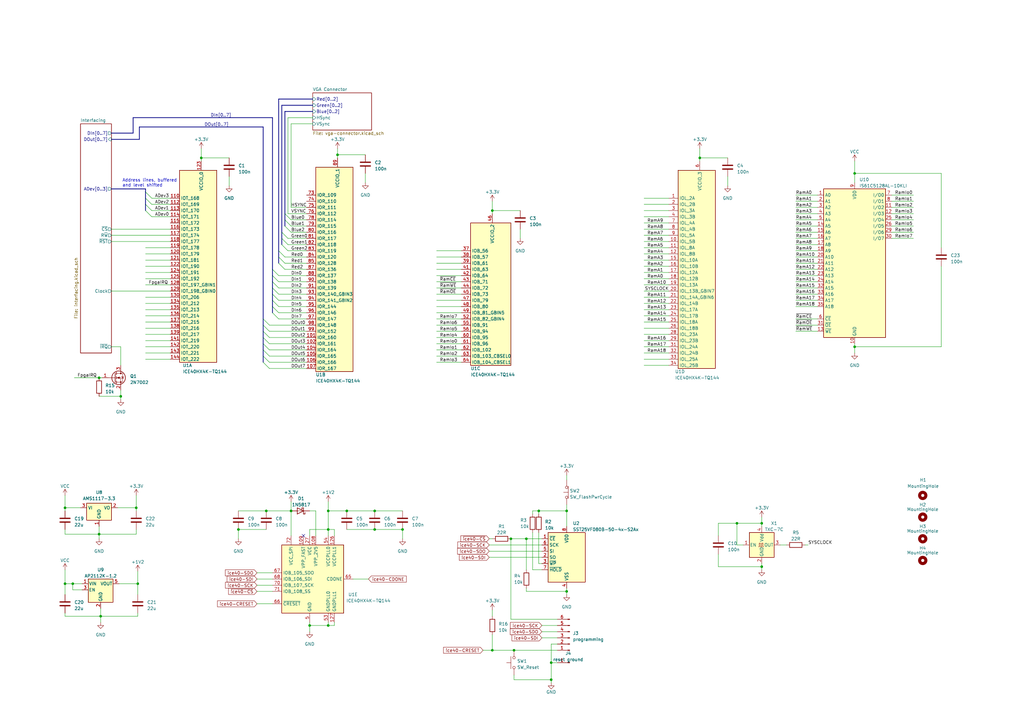
<source format=kicad_sch>
(kicad_sch (version 20230121) (generator eeschema)
  (paper "A3")
  (junction (at 119.38 209.55))
  (junction (at 109.22 209.55))
  (junction (at 312.42 232.41))
  (junction (at 55.88 208.28))
  (junction (at 82.55 64.77))
  (junction (at 134.62 256.54))
  (junction (at 40.64 154.94))
  (junction (at 302.26 214.63))
  (junction (at 210.82 266.7))
  (junction (at 142.24 209.55))
  (junction (at 26.67 208.28))
  (junction (at 287.02 64.77))
  (junction (at 40.64 219.075))
  (junction (at 41.275 252.73))
  (junction (at 153.67 209.55))
  (junction (at 215.9 220.98))
  (junction (at 29.845 239.395))
  (junction (at 209.55 220.98))
  (junction (at 56.515 239.395))
  (junction (at 226.06 271.78))
  (junction (at 153.67 217.17))
  (junction (at 127 256.54))
  (junction (at 201.93 86.36))
  (junction (at 226.06 278.765))
  (junction (at 350.52 142.24))
  (junction (at 26.67 239.395))
  (junction (at 134.62 209.55))
  (junction (at 49.53 162.56))
  (junction (at 350.52 71.12))
  (junction (at 220.98 209.55))
  (junction (at 97.79 217.17))
  (junction (at 138.43 63.5))
  (junction (at 165.1 217.17))
  (junction (at 134.62 217.17))
  (junction (at 232.41 242.57))
  (junction (at 201.93 266.7))
  (junction (at 312.42 214.63))
  (junction (at 232.41 209.55))
  (no_connect (at 124.46 219.71))
  (bus_entry (at 107.95 138.43) (size 2.54 2.54))
  (bus_entry (at 107.95 130.81) (size 2.54 2.54))
  (bus_entry (at 59.69 83.82) (size 2.54 2.54))
  (bus_entry (at 111.76 110.49) (size 2.54 2.54))
  (bus_entry (at 115.57 95.25) (size 2.54 2.54))
  (bus_entry (at 111.76 125.73) (size 2.54 2.54))
  (bus_entry (at 114.3 105.41) (size 2.54 2.54))
  (bus_entry (at 107.95 140.97) (size 2.54 2.54))
  (bus_entry (at 59.69 86.36) (size 2.54 2.54))
  (bus_entry (at 116.84 87.63) (size 2.54 2.54))
  (bus_entry (at 116.84 90.17) (size 2.54 2.54))
  (bus_entry (at 111.76 123.19) (size 2.54 2.54))
  (bus_entry (at 111.76 113.03) (size 2.54 2.54))
  (bus_entry (at 107.95 143.51) (size 2.54 2.54))
  (bus_entry (at 59.69 78.74) (size 2.54 2.54))
  (bus_entry (at 115.57 97.79) (size 2.54 2.54))
  (bus_entry (at 116.84 92.71) (size 2.54 2.54))
  (bus_entry (at 111.76 120.65) (size 2.54 2.54))
  (bus_entry (at 114.3 107.95) (size 2.54 2.54))
  (bus_entry (at 107.95 146.05) (size 2.54 2.54))
  (bus_entry (at 111.76 115.57) (size 2.54 2.54))
  (bus_entry (at 111.76 118.11) (size 2.54 2.54))
  (bus_entry (at 107.95 135.89) (size 2.54 2.54))
  (bus_entry (at 114.3 102.87) (size 2.54 2.54))
  (bus_entry (at 59.69 81.28) (size 2.54 2.54))
  (bus_entry (at 115.57 100.33) (size 2.54 2.54))
  (bus_entry (at 107.95 148.59) (size 2.54 2.54))
  (bus_entry (at 107.95 133.35) (size 2.54 2.54))
  (bus_entry (at 111.76 128.27) (size 2.54 2.54))
  (wire (pts (xy 134.62 209.55) (xy 134.62 217.17)))
  (wire (pts (xy 125.73 87.63) (xy 118.11 87.63)))
  (wire (pts (xy 365.76 87.63) (xy 374.65 87.63)))
  (bus (pts (xy 111.76 123.19) (xy 111.76 125.73)))
  (wire (pts (xy 127 209.55) (xy 129.54 209.55)))
  (bus (pts (xy 59.69 77.47) (xy 59.69 78.74)))
  (wire (pts (xy 220.98 210.82) (xy 220.98 209.55)))
  (wire (pts (xy 59.69 116.84) (xy 69.85 116.84)))
  (wire (pts (xy 264.16 83.82) (xy 274.32 83.82)))
  (wire (pts (xy 326.39 130.81) (xy 335.28 130.81)))
  (wire (pts (xy 222.25 259.08) (xy 228.6 259.08)))
  (wire (pts (xy 200.66 226.06) (xy 222.25 226.06)))
  (wire (pts (xy 350.52 144.78) (xy 350.52 142.24)))
  (bus (pts (xy 54.61 54.61) (xy 45.72 54.61)))
  (wire (pts (xy 151.13 237.49) (xy 144.78 237.49)))
  (wire (pts (xy 82.55 60.96) (xy 82.55 64.77)))
  (wire (pts (xy 179.07 115.57) (xy 189.23 115.57)))
  (wire (pts (xy 26.67 217.17) (xy 26.67 219.075)))
  (wire (pts (xy 127 259.08) (xy 127 256.54)))
  (wire (pts (xy 59.69 139.7) (xy 69.85 139.7)))
  (wire (pts (xy 232.41 194.945) (xy 232.41 196.85)))
  (wire (pts (xy 350.52 71.12) (xy 386.08 71.12)))
  (wire (pts (xy 264.16 129.54) (xy 274.32 129.54)))
  (wire (pts (xy 109.22 209.55) (xy 119.38 209.55)))
  (wire (pts (xy 29.845 241.935) (xy 29.845 239.395)))
  (wire (pts (xy 26.67 208.28) (xy 26.67 209.55)))
  (wire (pts (xy 294.64 214.63) (xy 302.26 214.63)))
  (wire (pts (xy 62.23 88.9) (xy 69.85 88.9)))
  (wire (pts (xy 45.72 142.24) (xy 49.53 142.24)))
  (wire (pts (xy 134.62 256.54) (xy 127 256.54)))
  (wire (pts (xy 105.41 234.95) (xy 111.76 234.95)))
  (wire (pts (xy 110.49 140.97) (xy 125.73 140.97)))
  (wire (pts (xy 62.23 81.28) (xy 69.85 81.28)))
  (wire (pts (xy 326.39 82.55) (xy 335.28 82.55)))
  (bus (pts (xy 59.69 81.28) (xy 59.69 83.82)))
  (wire (pts (xy 26.67 219.075) (xy 40.64 219.075)))
  (wire (pts (xy 179.07 146.05) (xy 189.23 146.05)))
  (wire (pts (xy 82.55 64.77) (xy 93.98 64.77)))
  (wire (pts (xy 386.08 109.22) (xy 386.08 142.24)))
  (wire (pts (xy 41.275 249.555) (xy 41.275 252.73)))
  (bus (pts (xy 111.76 125.73) (xy 111.76 128.27)))
  (wire (pts (xy 82.55 64.77) (xy 82.55 66.04)))
  (wire (pts (xy 264.16 127) (xy 274.32 127)))
  (wire (pts (xy 201.93 86.36) (xy 201.93 87.63)))
  (wire (pts (xy 326.39 123.19) (xy 335.28 123.19)))
  (wire (pts (xy 119.38 50.8) (xy 119.38 85.09)))
  (wire (pts (xy 312.42 212.09) (xy 312.42 214.63)))
  (wire (pts (xy 59.69 106.68) (xy 69.85 106.68)))
  (wire (pts (xy 110.49 133.35) (xy 125.73 133.35)))
  (bus (pts (xy 115.57 95.25) (xy 115.57 97.79)))
  (wire (pts (xy 326.39 120.65) (xy 335.28 120.65)))
  (wire (pts (xy 365.76 92.71) (xy 374.65 92.71)))
  (wire (pts (xy 264.16 88.9) (xy 274.32 88.9)))
  (bus (pts (xy 114.3 105.41) (xy 114.3 107.95)))
  (wire (pts (xy 179.07 148.59) (xy 189.23 148.59)))
  (wire (pts (xy 264.16 106.68) (xy 274.32 106.68)))
  (wire (pts (xy 56.515 234.315) (xy 56.515 239.395)))
  (wire (pts (xy 304.8 223.52) (xy 302.26 223.52)))
  (wire (pts (xy 137.16 219.71) (xy 137.16 217.17)))
  (wire (pts (xy 45.72 96.52) (xy 69.85 96.52)))
  (wire (pts (xy 320.04 223.52) (xy 322.58 223.52)))
  (wire (pts (xy 137.16 255.27) (xy 137.16 256.54)))
  (wire (pts (xy 29.845 239.395) (xy 33.655 239.395)))
  (bus (pts (xy 128.27 43.18) (xy 115.57 43.18)))
  (wire (pts (xy 59.69 124.46) (xy 69.85 124.46)))
  (wire (pts (xy 114.3 123.19) (xy 125.73 123.19)))
  (bus (pts (xy 107.95 130.81) (xy 107.95 133.35)))
  (wire (pts (xy 210.82 278.765) (xy 226.06 278.765)))
  (wire (pts (xy 26.67 239.395) (xy 29.845 239.395)))
  (wire (pts (xy 209.55 254) (xy 209.55 220.98)))
  (wire (pts (xy 264.16 124.46) (xy 274.32 124.46)))
  (wire (pts (xy 49.53 142.24) (xy 49.53 149.86)))
  (wire (pts (xy 59.69 114.3) (xy 69.85 114.3)))
  (wire (pts (xy 298.45 72.39) (xy 298.45 76.2)))
  (wire (pts (xy 179.07 120.65) (xy 189.23 120.65)))
  (wire (pts (xy 119.38 95.25) (xy 125.73 95.25)))
  (wire (pts (xy 110.49 151.13) (xy 125.73 151.13)))
  (wire (pts (xy 218.44 209.55) (xy 220.98 209.55)))
  (bus (pts (xy 111.76 113.03) (xy 111.76 115.57)))
  (wire (pts (xy 179.07 118.11) (xy 189.23 118.11)))
  (wire (pts (xy 326.39 90.17) (xy 335.28 90.17)))
  (wire (pts (xy 127 217.17) (xy 134.62 217.17)))
  (wire (pts (xy 179.07 107.95) (xy 189.23 107.95)))
  (wire (pts (xy 294.64 232.41) (xy 312.42 232.41)))
  (wire (pts (xy 119.38 209.55) (xy 119.38 219.71)))
  (wire (pts (xy 264.16 134.62) (xy 274.32 134.62)))
  (wire (pts (xy 264.16 121.92) (xy 274.32 121.92)))
  (wire (pts (xy 209.55 220.98) (xy 215.9 220.98)))
  (bus (pts (xy 116.84 90.17) (xy 116.84 87.63)))
  (wire (pts (xy 59.69 142.24) (xy 69.85 142.24)))
  (bus (pts (xy 107.95 138.43) (xy 107.95 140.97)))
  (wire (pts (xy 264.16 101.6) (xy 274.32 101.6)))
  (wire (pts (xy 119.38 90.17) (xy 125.73 90.17)))
  (wire (pts (xy 264.16 137.16) (xy 274.32 137.16)))
  (wire (pts (xy 200.66 223.52) (xy 222.25 223.52)))
  (wire (pts (xy 179.07 143.51) (xy 189.23 143.51)))
  (wire (pts (xy 30.48 154.94) (xy 40.64 154.94)))
  (bus (pts (xy 114.3 40.64) (xy 114.3 102.87)))
  (wire (pts (xy 201.93 260.35) (xy 201.93 266.7)))
  (wire (pts (xy 287.02 64.77) (xy 287.02 66.04)))
  (wire (pts (xy 264.16 81.28) (xy 274.32 81.28)))
  (wire (pts (xy 226.06 271.78) (xy 226.06 278.765)))
  (wire (pts (xy 55.88 208.28) (xy 48.26 208.28)))
  (wire (pts (xy 179.07 138.43) (xy 189.23 138.43)))
  (wire (pts (xy 114.3 120.65) (xy 125.73 120.65)))
  (wire (pts (xy 142.24 209.55) (xy 153.67 209.55)))
  (wire (pts (xy 56.515 243.84) (xy 56.515 239.395)))
  (wire (pts (xy 222.25 256.54) (xy 228.6 256.54)))
  (wire (pts (xy 105.41 242.57) (xy 111.76 242.57)))
  (wire (pts (xy 56.515 239.395) (xy 48.895 239.395)))
  (wire (pts (xy 264.16 86.36) (xy 274.32 86.36)))
  (wire (pts (xy 326.39 85.09) (xy 335.28 85.09)))
  (wire (pts (xy 179.07 135.89) (xy 189.23 135.89)))
  (wire (pts (xy 93.98 72.39) (xy 93.98 76.2)))
  (bus (pts (xy 111.76 118.11) (xy 111.76 120.65)))
  (wire (pts (xy 114.3 113.03) (xy 125.73 113.03)))
  (bus (pts (xy 114.3 102.87) (xy 114.3 105.41)))
  (wire (pts (xy 179.07 102.87) (xy 189.23 102.87)))
  (wire (pts (xy 215.9 242.57) (xy 232.41 242.57)))
  (wire (pts (xy 110.49 143.51) (xy 125.73 143.51)))
  (wire (pts (xy 119.38 85.09) (xy 125.73 85.09)))
  (wire (pts (xy 264.16 93.98) (xy 274.32 93.98)))
  (wire (pts (xy 350.52 66.04) (xy 350.52 71.12)))
  (wire (pts (xy 119.38 205.74) (xy 119.38 209.55)))
  (bus (pts (xy 107.95 135.89) (xy 107.95 138.43)))
  (wire (pts (xy 41.275 252.73) (xy 41.275 255.27)))
  (wire (pts (xy 134.62 256.54) (xy 137.16 256.54)))
  (wire (pts (xy 116.84 105.41) (xy 125.73 105.41)))
  (wire (pts (xy 179.07 140.97) (xy 189.23 140.97)))
  (wire (pts (xy 179.07 125.73) (xy 189.23 125.73)))
  (wire (pts (xy 179.07 128.27) (xy 189.23 128.27)))
  (wire (pts (xy 138.43 63.5) (xy 149.86 63.5)))
  (wire (pts (xy 326.39 110.49) (xy 335.28 110.49)))
  (wire (pts (xy 33.655 241.935) (xy 29.845 241.935)))
  (wire (pts (xy 326.39 113.03) (xy 335.28 113.03)))
  (wire (pts (xy 226.06 264.16) (xy 226.06 271.78)))
  (wire (pts (xy 365.76 90.17) (xy 374.65 90.17)))
  (wire (pts (xy 386.08 71.12) (xy 386.08 101.6)))
  (wire (pts (xy 312.42 214.63) (xy 312.42 215.9)))
  (wire (pts (xy 232.41 243.84) (xy 232.41 242.57)))
  (wire (pts (xy 110.49 146.05) (xy 125.73 146.05)))
  (wire (pts (xy 45.72 119.38) (xy 69.85 119.38)))
  (wire (pts (xy 59.69 109.22) (xy 69.85 109.22)))
  (wire (pts (xy 59.69 111.76) (xy 69.85 111.76)))
  (wire (pts (xy 232.41 207.01) (xy 232.41 209.55)))
  (wire (pts (xy 215.9 220.98) (xy 222.25 220.98)))
  (wire (pts (xy 114.3 125.73) (xy 125.73 125.73)))
  (wire (pts (xy 264.16 91.44) (xy 274.32 91.44)))
  (wire (pts (xy 134.62 255.27) (xy 134.62 256.54)))
  (wire (pts (xy 386.08 142.24) (xy 350.52 142.24)))
  (wire (pts (xy 127 219.71) (xy 127 217.17)))
  (wire (pts (xy 59.69 132.08) (xy 69.85 132.08)))
  (wire (pts (xy 302.26 223.52) (xy 302.26 214.63)))
  (wire (pts (xy 201.93 266.7) (xy 210.82 266.7)))
  (bus (pts (xy 59.69 78.74) (xy 59.69 81.28)))
  (wire (pts (xy 55.88 209.55) (xy 55.88 208.28)))
  (bus (pts (xy 116.84 92.71) (xy 116.84 90.17)))
  (wire (pts (xy 41.275 252.73) (xy 56.515 252.73)))
  (wire (pts (xy 210.82 266.7) (xy 228.6 266.7)))
  (wire (pts (xy 56.515 252.73) (xy 56.515 251.46)))
  (wire (pts (xy 97.79 217.17) (xy 109.22 217.17)))
  (wire (pts (xy 55.88 217.17) (xy 55.88 219.075)))
  (wire (pts (xy 114.3 130.81) (xy 125.73 130.81)))
  (wire (pts (xy 213.36 93.98) (xy 213.36 97.79)))
  (wire (pts (xy 179.07 105.41) (xy 189.23 105.41)))
  (bus (pts (xy 45.72 57.15) (xy 57.15 57.15)))
  (wire (pts (xy 179.07 133.35) (xy 189.23 133.35)))
  (wire (pts (xy 110.49 135.89) (xy 125.73 135.89)))
  (wire (pts (xy 149.86 71.12) (xy 149.86 74.93)))
  (wire (pts (xy 209.55 254) (xy 228.6 254)))
  (wire (pts (xy 97.79 209.55) (xy 109.22 209.55)))
  (wire (pts (xy 62.23 86.36) (xy 69.85 86.36)))
  (wire (pts (xy 222.25 231.14) (xy 220.98 231.14)))
  (wire (pts (xy 138.43 63.5) (xy 138.43 64.77)))
  (wire (pts (xy 134.62 209.55) (xy 142.24 209.55)))
  (bus (pts (xy 111.76 110.49) (xy 111.76 113.03)))
  (wire (pts (xy 118.11 97.79) (xy 125.73 97.79)))
  (wire (pts (xy 331.47 223.52) (xy 330.2 223.52)))
  (bus (pts (xy 107.95 143.51) (xy 107.95 146.05)))
  (wire (pts (xy 62.23 83.82) (xy 69.85 83.82)))
  (wire (pts (xy 222.25 261.62) (xy 228.6 261.62)))
  (bus (pts (xy 111.76 48.26) (xy 111.76 110.49)))
  (wire (pts (xy 45.72 99.06) (xy 69.85 99.06)))
  (bus (pts (xy 111.76 115.57) (xy 111.76 118.11)))
  (wire (pts (xy 134.62 217.17) (xy 134.62 219.71)))
  (wire (pts (xy 350.52 142.24) (xy 350.52 140.97)))
  (wire (pts (xy 59.69 144.78) (xy 69.85 144.78)))
  (wire (pts (xy 365.76 82.55) (xy 374.65 82.55)))
  (wire (pts (xy 59.69 129.54) (xy 69.85 129.54)))
  (wire (pts (xy 287.02 64.77) (xy 298.45 64.77)))
  (wire (pts (xy 119.38 50.8) (xy 128.27 50.8)))
  (wire (pts (xy 264.16 119.38) (xy 274.32 119.38)))
  (wire (pts (xy 232.41 242.57) (xy 232.41 241.3)))
  (wire (pts (xy 153.67 217.17) (xy 165.1 217.17)))
  (bus (pts (xy 107.95 133.35) (xy 107.95 135.89)))
  (wire (pts (xy 264.16 104.14) (xy 274.32 104.14)))
  (bus (pts (xy 57.15 57.15) (xy 57.15 52.07)))
  (wire (pts (xy 326.39 107.95) (xy 335.28 107.95)))
  (wire (pts (xy 200.66 228.6) (xy 222.25 228.6)))
  (wire (pts (xy 350.52 71.12) (xy 350.52 74.93)))
  (wire (pts (xy 49.53 163.83) (xy 49.53 162.56)))
  (wire (pts (xy 365.76 80.01) (xy 374.65 80.01)))
  (wire (pts (xy 326.39 102.87) (xy 335.28 102.87)))
  (bus (pts (xy 54.61 48.26) (xy 111.76 48.26)))
  (wire (pts (xy 165.1 217.17) (xy 165.1 220.98)))
  (wire (pts (xy 218.44 210.82) (xy 218.44 209.55)))
  (wire (pts (xy 198.12 266.7) (xy 201.93 266.7)))
  (wire (pts (xy 264.16 147.32) (xy 274.32 147.32)))
  (wire (pts (xy 302.26 214.63) (xy 312.42 214.63)))
  (wire (pts (xy 326.39 80.01) (xy 335.28 80.01)))
  (wire (pts (xy 119.38 92.71) (xy 125.73 92.71)))
  (wire (pts (xy 138.43 60.96) (xy 138.43 63.5)))
  (wire (pts (xy 294.64 219.71) (xy 294.64 214.63)))
  (wire (pts (xy 127 256.54) (xy 127 255.27)))
  (wire (pts (xy 116.84 110.49) (xy 125.73 110.49)))
  (bus (pts (xy 116.84 87.63) (xy 116.84 45.72)))
  (bus (pts (xy 54.61 48.26) (xy 54.61 54.61)))
  (wire (pts (xy 226.06 271.78) (xy 228.6 271.78)))
  (bus (pts (xy 107.95 140.97) (xy 107.95 143.51)))
  (wire (pts (xy 55.88 203.2) (xy 55.88 208.28)))
  (wire (pts (xy 264.16 109.22) (xy 274.32 109.22)))
  (wire (pts (xy 179.07 130.81) (xy 189.23 130.81)))
  (wire (pts (xy 134.62 205.74) (xy 134.62 209.55)))
  (wire (pts (xy 26.67 239.395) (xy 26.67 243.84)))
  (wire (pts (xy 215.9 220.98) (xy 215.9 233.68)))
  (bus (pts (xy 59.69 83.82) (xy 59.69 86.36)))
  (bus (pts (xy 128.27 40.64) (xy 114.3 40.64)))
  (bus (pts (xy 116.84 45.72) (xy 128.27 45.72)))
  (wire (pts (xy 326.39 133.35) (xy 335.28 133.35)))
  (wire (pts (xy 26.67 203.2) (xy 26.67 208.28)))
  (wire (pts (xy 220.98 209.55) (xy 232.41 209.55)))
  (wire (pts (xy 114.3 118.11) (xy 125.73 118.11)))
  (wire (pts (xy 264.16 114.3) (xy 274.32 114.3)))
  (wire (pts (xy 326.39 115.57) (xy 335.28 115.57)))
  (wire (pts (xy 26.67 252.73) (xy 41.275 252.73)))
  (wire (pts (xy 40.64 215.9) (xy 40.64 219.075)))
  (wire (pts (xy 59.69 127) (xy 69.85 127)))
  (wire (pts (xy 128.27 48.26) (xy 118.11 48.26)))
  (wire (pts (xy 365.76 95.25) (xy 374.65 95.25)))
  (wire (pts (xy 118.11 102.87) (xy 125.73 102.87)))
  (wire (pts (xy 365.76 97.79) (xy 374.65 97.79)))
  (wire (pts (xy 116.84 107.95) (xy 125.73 107.95)))
  (wire (pts (xy 179.07 123.19) (xy 189.23 123.19)))
  (wire (pts (xy 264.16 139.7) (xy 274.32 139.7)))
  (wire (pts (xy 114.3 128.27) (xy 125.73 128.27)))
  (wire (pts (xy 326.39 95.25) (xy 335.28 95.25)))
  (bus (pts (xy 107.95 52.07) (xy 107.95 130.81)))
  (wire (pts (xy 97.79 217.17) (xy 97.79 220.98)))
  (wire (pts (xy 226.06 278.765) (xy 226.06 280.035)))
  (wire (pts (xy 137.16 217.17) (xy 134.62 217.17)))
  (wire (pts (xy 26.67 233.68) (xy 26.67 239.395)))
  (wire (pts (xy 129.54 209.55) (xy 129.54 219.71)))
  (wire (pts (xy 215.9 241.3) (xy 215.9 242.57)))
  (wire (pts (xy 153.67 209.55) (xy 165.1 209.55)))
  (wire (pts (xy 218.44 233.68) (xy 222.25 233.68)))
  (wire (pts (xy 264.16 116.84) (xy 274.32 116.84)))
  (wire (pts (xy 264.16 111.76) (xy 274.32 111.76)))
  (wire (pts (xy 142.24 217.17) (xy 153.67 217.17)))
  (wire (pts (xy 179.07 110.49) (xy 189.23 110.49)))
  (wire (pts (xy 59.69 121.92) (xy 69.85 121.92)))
  (bus (pts (xy 57.15 52.07) (xy 107.95 52.07)))
  (wire (pts (xy 40.64 154.94) (xy 41.91 154.94)))
  (wire (pts (xy 312.42 232.41) (xy 312.42 231.14)))
  (wire (pts (xy 59.69 147.32) (xy 69.85 147.32)))
  (bus (pts (xy 45.72 77.47) (xy 59.69 77.47)))
  (wire (pts (xy 326.39 118.11) (xy 335.28 118.11)))
  (wire (pts (xy 228.6 264.16) (xy 226.06 264.16)))
  (wire (pts (xy 59.69 137.16) (xy 69.85 137.16)))
  (wire (pts (xy 105.41 240.03) (xy 111.76 240.03)))
  (wire (pts (xy 59.69 134.62) (xy 69.85 134.62)))
  (wire (pts (xy 110.49 148.59) (xy 125.73 148.59)))
  (wire (pts (xy 114.3 115.57) (xy 125.73 115.57)))
  (wire (pts (xy 49.53 162.56) (xy 49.53 160.02)))
  (wire (pts (xy 45.72 93.98) (xy 69.85 93.98)))
  (wire (pts (xy 264.16 132.08) (xy 274.32 132.08)))
  (wire (pts (xy 220.98 231.14) (xy 220.98 218.44)))
  (wire (pts (xy 326.39 92.71) (xy 335.28 92.71)))
  (wire (pts (xy 26.67 251.46) (xy 26.67 252.73)))
  (wire (pts (xy 201.93 86.36) (xy 213.36 86.36)))
  (wire (pts (xy 326.39 100.33) (xy 335.28 100.33)))
  (wire (pts (xy 232.41 209.55) (xy 232.41 215.9)))
  (bus (pts (xy 111.76 120.65) (xy 111.76 123.19)))
  (wire (pts (xy 264.16 142.24) (xy 274.32 142.24)))
  (wire (pts (xy 201.93 82.55) (xy 201.93 86.36)))
  (wire (pts (xy 59.69 104.14) (xy 69.85 104.14)))
  (wire (pts (xy 264.16 149.86) (xy 274.32 149.86)))
  (bus (pts (xy 107.95 146.05) (xy 107.95 148.59)))
  (wire (pts (xy 287.02 60.96) (xy 287.02 64.77)))
  (bus (pts (xy 115.57 43.18) (xy 115.57 95.25)))
  (bus (pts (xy 115.57 97.79) (xy 115.57 100.33)))
  (wire (pts (xy 294.64 227.33) (xy 294.64 232.41)))
  (wire (pts (xy 264.16 99.06) (xy 274.32 99.06)))
  (wire (pts (xy 326.39 87.63) (xy 335.28 87.63)))
  (wire (pts (xy 40.64 162.56) (xy 49.53 162.56)))
  (wire (pts (xy 105.41 247.65) (xy 111.76 247.65)))
  (wire (pts (xy 326.39 97.79) (xy 335.28 97.79)))
  (wire (pts (xy 59.69 101.6) (xy 69.85 101.6)))
  (wire (pts (xy 264.16 144.78) (xy 274.32 144.78)))
  (wire (pts (xy 326.39 105.41) (xy 335.28 105.41)))
  (wire (pts (xy 118.11 48.26) (xy 118.11 87.63)))
  (wire (pts (xy 264.16 96.52) (xy 274.32 96.52)))
  (wire (pts (xy 118.11 100.33) (xy 125.73 100.33)))
  (wire (pts (xy 110.49 138.43) (xy 125.73 138.43)))
  (wire (pts (xy 218.44 218.44) (xy 218.44 233.68)))
  (wire (pts (xy 201.93 252.73) (xy 201.93 250.19)))
  (wire (pts (xy 40.64 219.075) (xy 40.64 220.98)))
  (wire (pts (xy 105.41 237.49) (xy 111.76 237.49)))
  (wire (pts (xy 365.76 85.09) (xy 374.65 85.09)))
  (wire (pts (xy 179.07 113.03) (xy 189.23 113.03)))
  (wire (pts (xy 326.39 125.73) (xy 335.28 125.73)))
  (wire (pts (xy 26.67 208.28) (xy 33.02 208.28)))
  (wire (pts (xy 55.88 219.075) (xy 40.64 219.075)))
  (wire (pts (xy 210.82 276.86) (xy 210.82 278.765)))
  (wire (pts (xy 200.66 220.98) (xy 201.93 220.98)))
  (wire (pts (xy 312.42 233.68) (xy 312.42 232.41)))
  (wire (pts (xy 326.39 135.89) (xy 335.28 135.89)))
  (text "Address lines, buffered \nand level shifted" (at 50.165 76.835 0) (effects (font (size 1.27 1.27)) (justify left bottom)))
  (label "RamIo3" (at 180.34 148.59 0))
  (label "RamA11" (at 326.39 107.95 0))
  (label "RamIo3" (at 367.03 87.63 0))
  (label "RamA16" (at 265.43 139.7 0))
  (label "RamIo5" (at 180.34 135.89 0))
  (label "DOut6" (at 119.38 148.59 0))
  (label "RamA7" (at 326.39 97.79 0))
  (label "RamIo2" (at 367.03 85.09 0))
  (label "RamA9" (at 265.43 91.44 0))
  (label "DOut[0..7]" (at 83.82 52.07 0))
  (label "FpgaIRQ" (at 31.75 154.94 0))
  (label "DIn1" (at 119.38 115.57 0))
  (label "RamIo0" (at 180.34 140.97 0))
  (label "VSYNC" (at 119.38 87.63 0))
  (label "Blue1" (at 119.38 92.71 0))
  (label "DOut3" (at 119.38 140.97 0))
  (label "DIn[0..7]" (at 86.36 48.26 0))
  (label "RamA7" (at 265.43 96.52 0))
  (label "RamIo4" (at 180.34 138.43 0))
  (label "RamA3" (at 326.39 87.63 0))
  (label "FpgaIRQ" (at 60.96 116.84 0))
  (label "DOut4" (at 119.38 143.51 0))
  (label "DIn7" (at 119.38 130.81 0))
  (label "RamA1" (at 326.39 82.55 0))
  (label "RamA1" (at 265.43 111.76 0))
  (label "RamA12" (at 265.43 124.46 0))
  (label "RamA8" (at 265.43 93.98 0))
  (label "DIn4" (at 119.38 123.19 0))
  (label "RamA13" (at 265.43 127 0))
  (label "~{RamOE}" (at 180.34 120.65 0))
  (label "RamIo6" (at 180.34 133.35 0))
  (label "DIn6" (at 119.38 128.27 0))
  (label "DOut5" (at 119.38 146.05 0))
  (label "DOut0" (at 119.38 133.35 0))
  (label "Green0" (at 119.38 97.79 0))
  (label "RamA15" (at 326.39 118.11 0))
  (label "RamA6" (at 265.43 99.06 0))
  (label "ADev2" (at 63.5 83.82 0))
  (label "Red1" (at 119.38 107.95 0))
  (label "RamA9" (at 326.39 102.87 0))
  (label "RamIo4" (at 367.03 90.17 0))
  (label "RamIo0" (at 367.03 80.01 0))
  (label "DOut7" (at 119.38 151.13 0))
  (label "Green1" (at 119.38 100.33 0))
  (label "HSYNC" (at 119.38 85.09 0))
  (label "Green2" (at 119.38 102.87 0))
  (label "Blue2" (at 119.38 95.25 0))
  (label "DIn5" (at 119.38 125.73 0))
  (label "RamA2" (at 326.39 85.09 0))
  (label "RamA0" (at 326.39 80.01 0))
  (label "ADev3" (at 63.5 81.28 0))
  (label "RamA18" (at 326.39 125.73 0))
  (label "RamIo5" (at 367.03 92.71 0))
  (label "ADev1" (at 63.5 86.36 0))
  (label "RamA5" (at 326.39 92.71 0))
  (label "DIn3" (at 119.38 120.65 0))
  (label "~{RamCE}" (at 326.39 130.81 0))
  (label "RamA15" (at 265.43 132.08 0))
  (label "RamA6" (at 326.39 95.25 0))
  (label "RamA0" (at 265.43 114.3 0))
  (label "RamA4" (at 265.43 104.14 0))
  (label "RamA18" (at 265.43 144.78 0))
  (label "SYSCLOCK" (at 274.32 119.38 180))
  (label "RamA11" (at 265.43 121.92 0))
  (label "RamA2" (at 265.43 109.22 0))
  (label "RamA10" (at 326.39 105.41 0))
  (label "RamA16" (at 326.39 120.65 0))
  (label "RamIo6" (at 367.03 95.25 0))
  (label "RamIo7" (at 367.03 97.79 0))
  (label "DIn0" (at 119.38 113.03 0))
  (label "RamA14" (at 326.39 115.57 0))
  (label "ADev0" (at 63.5 88.9 0))
  (label "~{RamOE}" (at 326.39 133.35 0))
  (label "RamA12" (at 326.39 110.49 0))
  (label "RamIo1" (at 367.03 82.55 0))
  (label "RamA10" (at 265.43 116.84 0))
  (label "RamA5" (at 265.43 101.6 0))
  (label "~{RamWE}" (at 326.39 135.89 0))
  (label "DIn2" (at 119.38 118.11 0))
  (label "RamA17" (at 265.43 142.24 0))
  (label "~{RamCE}" (at 180.34 115.57 0))
  (label "SYSCLOCK" (at 331.47 223.52 0))
  (label "Red2" (at 119.38 110.49 0))
  (label "RamIo7" (at 180.34 130.81 0))
  (label "RamIo1" (at 180.34 143.51 0))
  (label "DOut2" (at 119.38 138.43 0))
  (label "RamA3" (at 265.43 106.68 0))
  (label "Blue0" (at 119.38 90.17 0))
  (label "RamA13" (at 326.39 113.03 0))
  (label "RamA4" (at 326.39 90.17 0))
  (label "RamIo2" (at 180.34 146.05 0))
  (label "DOut1" (at 119.38 135.89 0))
  (label "RamA8" (at 326.39 100.33 0))
  (label "~{RamWE}" (at 180.34 118.11 0))
  (label "Red0" (at 119.38 105.41 0))
  (label "RamA14" (at 265.43 129.54 0))
  (label "RamA17" (at 326.39 123.19 0))
  (global_label "ice40-SDO" (shape input) (at 105.41 234.95 180) (property "Intersheetrefs" "${INTERSHEET_REFS}" (effects hide)))
  (global_label "~{ice40-CS}" (shape input) (at 105.41 242.57 180) (property "Intersheetrefs" "${INTERSHEET_REFS}" (effects hide)))
  (global_label "ice40-SCK" (shape input) (at 200.66 223.52 180) (property "Intersheetrefs" "${INTERSHEET_REFS}" (effects hide)))
  (global_label "ice40-SCK" (shape input) (at 222.25 256.54 180) (property "Intersheetrefs" "${INTERSHEET_REFS}" (effects hide)))
  (global_label "~{ice40-CS}" (shape input) (at 200.66 220.98 180) (property "Intersheetrefs" "${INTERSHEET_REFS}" (effects hide)))
  (global_label "ice40-SDO" (shape input) (at 222.25 259.08 180) (property "Intersheetrefs" "${INTERSHEET_REFS}" (effects hide)))
  (global_label "ice40-SDI" (shape input) (at 200.66 228.6 180) (property "Intersheetrefs" "${INTERSHEET_REFS}" (effects hide)))
  (global_label "ice40-CDONE" (shape input) (at 151.13 237.49 0) (property "Intersheetrefs" "${INTERSHEET_REFS}" (effects hide)))
  (global_label "ice40-SDI" (shape input) (at 222.25 261.62 180) (property "Intersheetrefs" "${INTERSHEET_REFS}" (effects hide)))
  (global_label "ice40-CRESET" (shape input) (at 105.41 247.65 180) (property "Intersheetrefs" "${INTERSHEET_REFS}" (effects hide)))
  (global_label "ice40-CRESET" (shape input) (at 198.12 266.7 180) (property "Intersheetrefs" "${INTERSHEET_REFS}" (effects hide)))
  (global_label "ice40-SCK" (shape input) (at 105.41 240.03 180) (property "Intersheetrefs" "${INTERSHEET_REFS}" (effects hide)))
  (global_label "ice40-SDI" (shape input) (at 105.41 237.49 180) (property "Intersheetrefs" "${INTERSHEET_REFS}" (effects hide)))
  (global_label "ice40-SDO" (shape input) (at 200.66 226.06 180) (property "Intersheetrefs" "${INTERSHEET_REFS}" (effects hide)))
  (symbol (lib_id "power:GND") (at 97.79 220.98 0) (unit 1)
    (property "Reference" "#PWR013" (effects hide))
    (property "Value" "GND" (at 97.79 226.06 0))
  )
  (symbol (lib_id "FPGA_Lattice:ICE40HX4K-TQ144") (at 138.43 113.03 0) (unit 2)
    (property "Reference" "U1" (at 129.54 153.67 0) (effects (justify left)))
    (property "Value" "ICE40HX4K-TQ144" (at 129.54 156.21 0) (effects (justify left)))
    (property "Footprint" "Package_QFP:TQFP-144_20x20mm_P0.5mm" (effects hide))
    (property "Datasheet" "http://www.latticesemi.com/Products/FPGAandCPLD/iCE40" (effects hide))
  )
  (symbol (lib_id "Regulator_Linear:AMS1117-3.3") (at 40.64 208.28 0) (unit 1)
    (property "Reference" "U8" (at 40.64 201.93 0))
    (property "Value" "AMS1117-3.3" (at 40.64 204.47 0))
    (property "Footprint" "Package_TO_SOT_SMD:SOT-223-3_TabPin2" (effects hide))
    (property "Datasheet" "http://www.advanced-monolithic.com/pdf/ds1117.pdf" (effects hide))
  )
  (symbol (lib_id "power:GND") (at 149.86 74.93 0) (unit 1)
    (property "Reference" "#PWR07" (effects hide))
    (property "Value" "GND" (at 149.86 80.01 0))
  )
  (symbol (lib_id "power:GND") (at 226.06 280.035 0) (unit 1)
    (property "Reference" "#PWR046" (effects hide))
    (property "Value" "GND" (at 226.06 283.845 0))
  )
  (symbol (lib_id "power:GND") (at 213.36 97.79 0) (unit 1)
    (property "Reference" "#PWR09" (effects hide))
    (property "Value" "GND" (at 213.36 102.87 0))
  )
  (symbol (lib_id "Mechanical:MountingHole") (at 378.46 203.2 0) (unit 1)
    (property "Reference" "H1" (at 377.19 196.85 0) (effects (justify left)))
    (property "Value" "MountingHole" (at 372.11 199.39 0) (effects (justify left)))
    (property "Footprint" "MountingHole:MountingHole_2.5mm" (effects hide))
  )
  (symbol (lib_id "Device:R") (at 201.93 256.54 180) (unit 1)
    (property "Reference" "R16" (at 204.47 255.905 0) (effects (justify right)))
    (property "Value" "10k" (at 204.47 258.445 0) (effects (justify right)))
    (property "Footprint" "Resistor_SMD:R_0805_2012Metric" (effects hide))
  )
  (symbol (lib_id "Device:C") (at 97.79 213.36 0) (unit 1)
    (property "Reference" "C9" (at 101.6 212.725 0) (effects (justify left)))
    (property "Value" "100n" (at 101.6 215.265 0) (effects (justify left)))
    (property "Footprint" "Capacitor_SMD:C_0805_2012Metric" (effects hide))
  )
  (symbol (lib_id "Transistor_FET:2N7002") (at 46.99 154.94 0) (unit 1)
    (property "Reference" "Q1" (at 53.34 154.305 0) (effects (justify left)))
    (property "Value" "2N7002" (at 53.34 156.845 0) (effects (justify left)))
    (property "Footprint" "Package_TO_SOT_SMD:SOT-23" (effects hide))
    (property "Datasheet" "https://www.onsemi.com/pub/Collateral/NDS7002A-D.PDF" (effects hide))
  )
  (symbol (lib_id "power:GND") (at 298.45 76.2 0) (unit 1)
    (property "Reference" "#PWR011" (effects hide))
    (property "Value" "GND" (at 298.45 81.28 0))
  )
  (symbol (lib_id "power:+1V2") (at 134.62 205.74 0) (unit 1)
    (property "Reference" "#PWR012" (effects hide))
    (property "Value" "+1V2" (at 134.62 201.93 0))
  )
  (symbol (lib_id "Device:C") (at 26.67 213.36 0) (unit 1)
    (property "Reference" "C19" (at 30.48 212.725 0) (effects (justify left)))
    (property "Value" "22u" (at 30.48 215.265 0) (effects (justify left)))
    (property "Footprint" "Capacitor_SMD:C_0805_2012Metric" (effects hide))
  )
  (symbol (lib_id "Device:R") (at 40.64 158.75 180) (unit 1)
    (property "Reference" "R15" (at 43.18 158.115 0) (effects (justify right)))
    (property "Value" "10k" (at 43.18 160.655 0) (effects (justify right)))
    (property "Footprint" "Resistor_SMD:R_0805_2012Metric" (effects hide))
  )
  (symbol (lib_id "power:+3.3V") (at 201.93 82.55 0) (unit 1)
    (property "Reference" "#PWR08" (effects hide))
    (property "Value" "+3.3V" (at 201.93 78.74 0))
  )
  (symbol (lib_id "power:+3.3V") (at 82.55 60.96 0) (unit 1)
    (property "Reference" "#PWR04" (effects hide))
    (property "Value" "+3.3V" (at 82.55 57.15 0))
  )
  (symbol (lib_id "Oscillator:TXC-7C") (at 312.42 223.52 0) (unit 1)
    (property "Reference" "X1" (at 317.5 214.63 0))
    (property "Value" "TXC-7C" (at 317.5 217.17 0))
    (property "Footprint" "Oscillator:Oscillator_SMD_TXC_7C-4Pin_5.0x3.2mm" (effects hide))
    (property "Datasheet" "http://www.txccorp.com/download/products/osc/7C_o.pdf" (effects hide))
  )
  (symbol (lib_id "power:+3.3V") (at 201.93 250.19 0) (unit 1)
    (property "Reference" "#PWR047" (effects hide))
    (property "Value" "+3.3V" (at 201.93 246.38 0))
  )
  (symbol (lib_id "Device:R") (at 220.98 214.63 180) (unit 1)
    (property "Reference" "R2" (at 223.52 213.995 0) (effects (justify right)))
    (property "Value" "10k" (at 223.52 216.535 0) (effects (justify right)))
    (property "Footprint" "Resistor_SMD:R_0805_2012Metric" (effects hide))
  )
  (symbol (lib_id "Connector:Conn_01x06_Pin") (at 233.68 261.62 180) (unit 1)
    (property "Reference" "J3" (at 234.95 259.715 0) (effects (justify right)))
    (property "Value" "programming" (at 234.95 262.255 0) (effects (justify right)))
    (property "Footprint" "Connector_PinHeader_2.54mm:PinHeader_1x06_P2.54mm_Vertical" (effects hide))
  )
  (symbol (lib_id "Device:C") (at 386.08 105.41 0) (unit 1)
    (property "Reference" "C23" (at 389.89 104.775 0) (effects (justify left)))
    (property "Value" "100n" (at 389.89 107.315 0) (effects (justify left)))
    (property "Footprint" "Capacitor_SMD:C_0805_2012Metric" (effects hide))
  )
  (symbol (lib_id "Device:C") (at 213.36 90.17 0) (unit 1)
    (property "Reference" "C3" (at 217.17 89.535 0) (effects (justify left)))
    (property "Value" "100n" (at 217.17 92.075 0) (effects (justify left)))
    (property "Footprint" "Capacitor_SMD:C_0805_2012Metric" (effects hide))
  )
  (symbol (lib_id "power:+3.3V") (at 119.38 205.74 0) (unit 1)
    (property "Reference" "#PWR02" (effects hide))
    (property "Value" "+3.3V" (at 119.38 201.93 0))
  )
  (symbol (lib_id "power:GND") (at 350.52 144.78 0) (unit 1)
    (property "Reference" "#PWR043" (effects hide))
    (property "Value" "GND" (at 350.52 149.86 0))
  )
  (symbol (lib_id "power:GND") (at 127 259.08 0) (unit 1)
    (property "Reference" "#PWR03" (effects hide))
    (property "Value" "GND" (at 127 264.16 0))
  )
  (symbol (lib_id "Device:C") (at 56.515 247.65 0) (unit 1)
    (property "Reference" "C21" (at 60.325 247.015 0) (effects (justify left)))
    (property "Value" "22u" (at 60.325 249.555 0) (effects (justify left)))
    (property "Footprint" "Capacitor_SMD:C_0805_2012Metric" (effects hide))
  )
  (symbol (lib_id "power:+3.3V") (at 287.02 60.96 0) (unit 1)
    (property "Reference" "#PWR010" (effects hide))
    (property "Value" "+3.3V" (at 287.02 57.15 0))
  )
  (symbol (lib_id "Switch:SW_Push") (at 210.82 271.78 90) (unit 1)
    (property "Reference" "SW1" (at 212.09 271.145 90) (effects (justify right)))
    (property "Value" "SW_Reset" (at 212.09 273.685 90) (effects (justify right)))
    (property "Footprint" "Button_Switch_SMD:SW_SPST_TL3305A" (effects hide))
  )
  (symbol (lib_id "power:GND") (at 165.1 220.98 0) (unit 1)
    (property "Reference" "#PWR01" (effects hide))
    (property "Value" "GND" (at 165.1 226.06 0))
  )
  (symbol (lib_id "power:+1V2") (at 56.515 234.315 0) (unit 1)
    (property "Reference" "#PWR040" (effects hide))
    (property "Value" "+1V2" (at 56.515 230.505 0))
  )
  (symbol (lib_id "Regulator_Linear:AP2112K-1.2") (at 41.275 241.935 0) (unit 1)
    (property "Reference" "U9" (at 41.275 233.68 0))
    (property "Value" "AP2112K-1.2" (at 41.275 236.22 0))
    (property "Footprint" "Package_TO_SOT_SMD:SOT-23-5" (effects hide))
    (property "Datasheet" "https://www.diodes.com/assets/Datasheets/AP2112.pdf" (effects hide))
  )
  (symbol (lib_id "Device:R") (at 205.74 220.98 90) (unit 1)
    (property "Reference" "R1" (at 205.74 215.9 90))
    (property "Value" "22R" (at 205.74 218.44 90))
    (property "Footprint" "Resistor_SMD:R_0805_2012Metric" (effects hide))
  )
  (symbol (lib_id "Device:C") (at 55.88 213.36 0) (unit 1)
    (property "Reference" "C22" (at 59.69 212.725 0) (effects (justify left)))
    (property "Value" "22u" (at 59.69 215.265 0) (effects (justify left)))
    (property "Footprint" "Capacitor_SMD:C_0805_2012Metric" (effects hide))
  )
  (symbol (lib_id "Device:C") (at 109.22 213.36 0) (unit 1)
    (property "Reference" "C8" (at 113.03 212.725 0) (effects (justify left)))
    (property "Value" "100n" (at 113.03 215.265 0) (effects (justify left)))
    (property "Footprint" "Capacitor_SMD:C_0805_2012Metric" (effects hide))
  )
  (symbol (lib_id "FPGA_Lattice:ICE40HX4K-TQ144") (at 127 237.49 0) (unit 5)
    (property "Reference" "U1" (at 144.78 243.84 0))
    (property "Value" "ICE40HX4K-TQ144" (at 151.13 246.38 0))
    (property "Footprint" "Package_QFP:TQFP-144_20x20mm_P0.5mm" (effects hide))
    (property "Datasheet" "http://www.latticesemi.com/Products/FPGAandCPLD/iCE40" (effects hide))
  )
  (symbol (lib_id "power:GND") (at 312.42 233.68 0) (unit 1)
    (property "Reference" "#PWR017" (effects hide))
    (property "Value" "GND" (at 312.42 238.76 0))
  )
  (symbol (lib_id "power:GND") (at 41.275 255.27 0) (unit 1)
    (property "Reference" "#PWR041" (effects hide))
    (property "Value" "GND" (at 41.275 260.35 0))
  )
  (symbol (lib_id "Memory_RAM:IS61C5128AL-10KLI") (at 350.52 107.95 0) (unit 1)
    (property "Reference" "U10" (at 352.4759 73.66 0) (effects (justify left)))
    (property "Value" "IS61C5128AL-10KLI" (at 352.4759 76.2 0) (effects (justify left)))
    (property "Footprint" "Package_SO:SOJ-36_10.16x23.49mm_P1.27mm" (effects hide))
    (property "Datasheet" "http://www.issi.com/WW/pdf/61-64C5128AL.pdf" (effects hide))
  )
  (symbol (lib_id "power:GND") (at 232.41 243.84 0) (unit 1)
    (property "Reference" "#PWR015" (effects hide))
    (property "Value" "GND" (at 232.41 248.92 0))
  )
  (symbol (lib_id "power:+3.3V") (at 312.42 212.09 0) (unit 1)
    (property "Reference" "#PWR016" (effects hide))
    (property "Value" "+3.3V" (at 312.42 208.28 0))
  )
  (symbol (lib_id "FPGA_Lattice:ICE40HX4K-TQ144") (at 82.55 111.76 0) (unit 1)
    (property "Reference" "U1" (at 74.93 149.86 0) (effects (justify left)))
    (property "Value" "ICE40HX4K-TQ144" (at 74.93 152.4 0) (effects (justify left)))
    (property "Footprint" "Package_QFP:TQFP-144_20x20mm_P0.5mm" (effects hide))
    (property "Datasheet" "http://www.latticesemi.com/Products/FPGAandCPLD/iCE40" (effects hide))
  )
  (symbol (lib_id "power:GND") (at 49.53 163.83 0) (unit 1)
    (property "Reference" "#PWR045" (effects hide))
    (property "Value" "GND" (at 49.53 168.91 0))
  )
  (symbol (lib_id "Device:R") (at 218.44 214.63 180) (unit 1)
    (property "Reference" "R3" (at 213.36 213.36 0) (effects (justify right)))
    (property "Value" "10k" (at 213.36 215.9 0) (effects (justify right)))
    (property "Footprint" "Resistor_SMD:R_0805_2012Metric" (effects hide))
  )
  (symbol (lib_id "power:GND") (at 40.64 220.98 0) (unit 1)
    (property "Reference" "#PWR042" (effects hide))
    (property "Value" "GND" (at 40.64 226.06 0))
  )
  (symbol (lib_id "power:VCC") (at 350.52 66.04 0) (unit 1)
    (property "Reference" "#PWR044" (effects hide))
    (property "Value" "VCC" (at 350.52 62.23 0))
  )
  (symbol (lib_id "Connector:Conn_01x01_Pin") (at 233.68 271.78 180) (unit 1)
    (property "Reference" "J4" (at 233.045 267.97 0))
    (property "Value" "reset ground" (at 233.045 270.51 0))
    (property "Footprint" "Connector_PinHeader_2.54mm:PinHeader_1x01_P2.54mm_Vertical" (effects hide))
  )
  (symbol (lib_id "Device:C") (at 26.67 247.65 0) (unit 1)
    (property "Reference" "C20" (at 30.48 247.015 0) (effects (justify left)))
    (property "Value" "22u" (at 30.48 249.555 0) (effects (justify left)))
    (property "Footprint" "Capacitor_SMD:C_0805_2012Metric" (effects hide))
  )
  (symbol (lib_id "power:+3.3V") (at 55.88 203.2 0) (unit 1)
    (property "Reference" "#PWR039" (effects hide))
    (property "Value" "+3.3V" (at 55.88 199.39 0))
  )
  (symbol (lib_id "FPGA_Lattice:ICE40HX4K-TQ144") (at 287.02 111.76 0) (unit 4)
    (property "Reference" "U1" (at 276.86 152.4 0) (effects (justify left)))
    (property "Value" "ICE40HX4K-TQ144" (at 276.86 154.94 0) (effects (justify left)))
    (property "Footprint" "Package_QFP:TQFP-144_20x20mm_P0.5mm" (effects hide))
    (property "Datasheet" "http://www.latticesemi.com/Products/FPGAandCPLD/iCE40" (effects hide))
  )
  (symbol (lib_id "Device:C") (at 93.98 68.58 0) (unit 1)
    (property "Reference" "C1" (at 97.79 67.945 0) (effects (justify left)))
    (property "Value" "100n" (at 97.79 70.485 0) (effects (justify left)))
    (property "Footprint" "Capacitor_SMD:C_0805_2012Metric" (effects hide))
  )
  (symbol (lib_id "Mechanical:MountingHole") (at 378.46 212.09 0) (unit 1)
    (property "Reference" "H2" (at 378.46 207.01 0))
    (property "Value" "MountingHole" (at 378.46 208.915 0))
    (property "Footprint" "MountingHole:MountingHole_2.5mm" (effects hide))
  )
  (symbol (lib_id "power:GND") (at 93.98 76.2 0) (unit 1)
    (property "Reference" "#PWR05" (effects hide))
    (property "Value" "GND" (at 93.98 81.28 0))
  )
  (symbol (lib_id "Device:R") (at 215.9 237.49 180) (unit 1)
    (property "Reference" "R4" (at 210.82 236.22 0) (effects (justify right)))
    (property "Value" "10k" (at 210.82 238.76 0) (effects (justify right)))
    (property "Footprint" "Resistor_SMD:R_0805_2012Metric" (effects hide))
  )
  (symbol (lib_id "Device:C") (at 294.64 223.52 0) (unit 1)
    (property "Reference" "C10" (at 298.45 222.885 0) (effects (justify left)))
    (property "Value" "100n" (at 298.45 225.425 0) (effects (justify left)))
    (property "Footprint" "Capacitor_SMD:C_0805_2012Metric" (effects hide))
  )
  (symbol (lib_id "power:+3.3V") (at 138.43 60.96 0) (unit 1)
    (property "Reference" "#PWR06" (effects hide))
    (property "Value" "+3.3V" (at 138.43 57.15 0))
  )
  (symbol (lib_id "Mechanical:MountingHole") (at 378.46 229.87 0) (unit 1)
    (property "Reference" "H4" (at 378.46 224.79 0))
    (property "Value" "MountingHole" (at 378.46 226.695 0))
    (property "Footprint" "MountingHole:MountingHole_2.5mm" (effects hide))
  )
  (symbol (lib_id "FPGA_Lattice:ICE40HX4K-TQ144") (at 201.93 123.19 0) (unit 3)
    (property "Reference" "U1" (at 193.04 151.13 0) (effects (justify left)))
    (property "Value" "ICE40HX4K-TQ144" (at 193.04 153.67 0) (effects (justify left)))
    (property "Footprint" "Package_QFP:TQFP-144_20x20mm_P0.5mm" (effects hide))
    (property "Datasheet" "http://www.latticesemi.com/Products/FPGAandCPLD/iCE40" (effects hide))
  )
  (symbol (lib_id "Memory_Flash:SST25VF080B-50-4x-S2Ax") (at 232.41 228.6 0) (unit 1)
    (property "Reference" "U2" (at 234.95 214.63 0) (effects (justify left)))
    (property "Value" "SST25VF080B-50-4x-S2Ax" (at 234.95 217.17 0) (effects (justify left)))
    (property "Footprint" "Package_SO:SOIC-8_5.275x5.275mm_P1.27mm" (effects hide))
    (property "Datasheet" "http://ww1.microchip.com/downloads/en/DeviceDoc/20005045C.pdf" (effects hide))
  )
  (symbol (lib_id "Device:C") (at 298.45 68.58 0) (unit 1)
    (property "Reference" "C4" (at 302.26 67.945 0) (effects (justify left)))
    (property "Value" "100n" (at 302.26 70.485 0) (effects (justify left)))
    (property "Footprint" "Capacitor_SMD:C_0805_2012Metric" (effects hide))
  )
  (symbol (lib_id "power:VCC") (at 26.67 233.68 0) (unit 1)
    (property "Reference" "#PWR038" (effects hide))
    (property "Value" "VCC" (at 26.67 229.87 0))
  )
  (symbol (lib_id "Mechanical:MountingHole") (at 378.46 220.98 0) (unit 1)
    (property "Reference" "H3" (at 378.46 215.9 0))
    (property "Value" "MountingHole" (at 378.46 217.805 0))
    (property "Footprint" "MountingHole:MountingHole_2.5mm" (effects hide))
  )
  (symbol (lib_id "Device:C") (at 142.24 213.36 0) (unit 1)
    (property "Reference" "C5" (at 146.05 212.725 0) (effects (justify left)))
    (property "Value" "100n" (at 146.05 215.265 0) (effects (justify left)))
    (property "Footprint" "Capacitor_SMD:C_0805_2012Metric" (effects hide))
  )
  (symbol (lib_id "Device:C") (at 153.67 213.36 0) (unit 1)
    (property "Reference" "C6" (at 157.48 212.725 0) (effects (justify left)))
    (property "Value" "100n" (at 157.48 215.265 0) (effects (justify left)))
    (property "Footprint" "Capacitor_SMD:C_0805_2012Metric" (effects hide))
  )
  (symbol (lib_id "power:VCC") (at 26.67 203.2 0) (unit 1)
    (property "Reference" "#PWR037" (effects hide))
    (property "Value" "VCC" (at 26.67 199.39 0))
  )
  (symbol (lib_id "Device:C") (at 149.86 67.31 0) (unit 1)
    (property "Reference" "C2" (at 153.67 66.675 0) (effects (justify left)))
    (property "Value" "100n" (at 153.67 69.215 0) (effects (justify left)))
    (property "Footprint" "Capacitor_SMD:C_0805_2012Metric" (effects hide))
  )
  (symbol (lib_id "Diode:1N5817") (at 123.19 209.55 180) (unit 1)
    (property "Reference" "D1" (at 123.5075 204.47 0))
    (property "Value" "1N5817" (at 123.5075 207.01 0))
    (property "Footprint" "Diode_SMD:D_0805_2012Metric" (effects hide))
    (property "Datasheet" "http://www.vishay.com/docs/88525/1n5817.pdf" (effects hide))
  )
  (symbol (lib_id "power:+3.3V") (at 232.41 194.945 0) (unit 1)
    (property "Reference" "#PWR014" (effects hide))
    (property "Value" "+3.3V" (at 232.41 191.135 0))
  )
  (symbol (lib_id "Switch:SW_Push_Open") (at 232.41 201.93 90) (unit 1)
    (property "Reference" "SW2" (at 233.68 201.295 90) (effects (justify right)))
    (property "Value" "SW_FlashPwrCycle" (at 233.68 203.835 90) (effects (justify right)))
    (property "Footprint" "Button_Switch_SMD:SW_SPST_TL3305A" (effects hide))
  )
  (symbol (lib_id "Device:R") (at 326.39 223.52 90) (unit 1)
    (property "Reference" "R5" (at 326.39 218.44 90))
    (property "Value" "22R" (at 326.39 220.98 90))
    (property "Footprint" "Resistor_SMD:R_0805_2012Metric" (effects hide))
  )
  (symbol (lib_id "Device:C") (at 165.1 213.36 0) (unit 1)
    (property "Reference" "C7" (at 168.91 212.725 0) (effects (justify left)))
    (property "Value" "100n" (at 168.91 215.265 0) (effects (justify left)))
    (property "Footprint" "Capacitor_SMD:C_0805_2012Metric" (effects hide))
  )
  (sheet (at 128.27 38.1) (size 24.13 15.24) (stroke (width 0.1524))
    (property "Sheetname" "VGA Connector" (at 128.27 37.3884 0) (effects (justify left bottom)))
    (property "Sheetfile" "vga-connector.kicad_sch" (at 128.27 53.9246 0) (effects (justify left top)))
    (pin "Blue[0..2]" input (at 128.27 45.72 180))
    (pin "Green[0..2]" input (at 128.27 43.18 180))
    (pin "Red[0..2]" input (at 128.27 40.64 180))
    (pin "VSync" input (at 128.27 50.8 180))
    (pin "HSync" input (at 128.27 48.26 180))
  )
  (sheet (at 33.02 50.8) (size 12.7 93.98) (stroke (width 0.1524))
    (property "Sheetname" "Interfacing" (at 33.02 50.0884 0) (effects (justify left bottom)))
    (property "Sheetfile" "interfacing.kicad_sch" (at 30.48 130.81 90) (effects (justify left top)))
    (pin "DIn[0..7]" output (at 45.72 54.61 0))
    (pin "DOut[0..7]" input (at 45.72 57.15 0))
    (pin "ADev[0..3]" output (at 45.72 77.47 0))
    (pin "Clock" output (at 45.72 119.38 0))
    (pin "~{RST}" output (at 45.72 99.06 0))
    (pin "~{CS}" output (at 45.72 93.98 0))
    (pin "R~{W}" output (at 45.72 96.52 0))
    (pin "~{IRQ}" output (at 45.72 142.24 0))
  )
)
</source>
